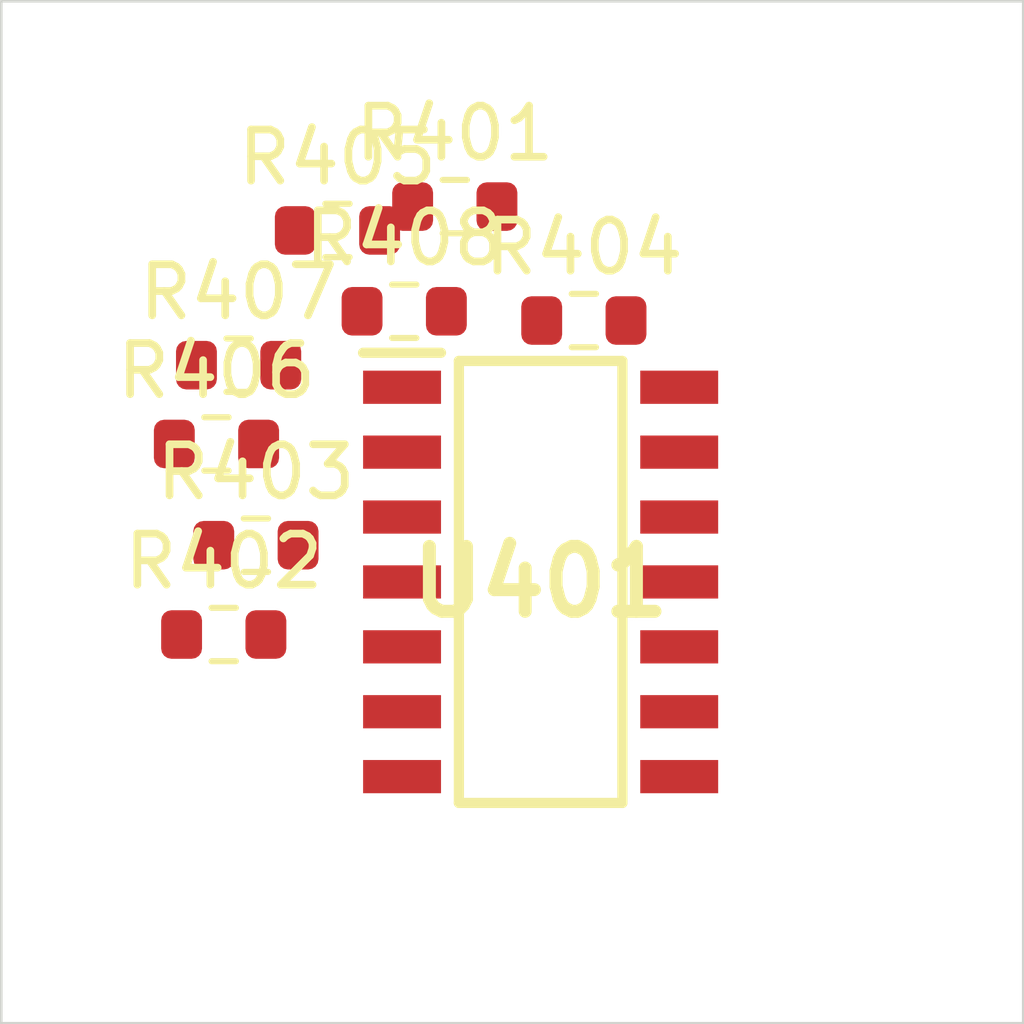
<source format=kicad_pcb>
 ( kicad_pcb  ( version 20171130 )
 ( host pcbnew 5.1.12-84ad8e8a86~92~ubuntu18.04.1 )
 ( general  ( thickness 1.6 )
 ( drawings 4 )
 ( tracks 0 )
 ( zones 0 )
 ( modules 9 )
 ( nets 14 )
)
 ( page A4 )
 ( layers  ( 0 F.Cu signal )
 ( 31 B.Cu signal )
 ( 32 B.Adhes user )
 ( 33 F.Adhes user )
 ( 34 B.Paste user )
 ( 35 F.Paste user )
 ( 36 B.SilkS user )
 ( 37 F.SilkS user )
 ( 38 B.Mask user )
 ( 39 F.Mask user )
 ( 40 Dwgs.User user )
 ( 41 Cmts.User user )
 ( 42 Eco1.User user )
 ( 43 Eco2.User user )
 ( 44 Edge.Cuts user )
 ( 45 Margin user )
 ( 46 B.CrtYd user )
 ( 47 F.CrtYd user )
 ( 48 B.Fab user )
 ( 49 F.Fab user )
)
 ( setup  ( last_trace_width 0.25 )
 ( trace_clearance 0.2 )
 ( zone_clearance 0.508 )
 ( zone_45_only no )
 ( trace_min 0.2 )
 ( via_size 0.8 )
 ( via_drill 0.4 )
 ( via_min_size 0.4 )
 ( via_min_drill 0.3 )
 ( uvia_size 0.3 )
 ( uvia_drill 0.1 )
 ( uvias_allowed no )
 ( uvia_min_size 0.2 )
 ( uvia_min_drill 0.1 )
 ( edge_width 0.05 )
 ( segment_width 0.2 )
 ( pcb_text_width 0.3 )
 ( pcb_text_size 1.5 1.5 )
 ( mod_edge_width 0.12 )
 ( mod_text_size 1 1 )
 ( mod_text_width 0.15 )
 ( pad_size 1.524 1.524 )
 ( pad_drill 0.762 )
 ( pad_to_mask_clearance 0 )
 ( aux_axis_origin 0 0 )
 ( visible_elements FFFFFF7F )
 ( pcbplotparams  ( layerselection 0x010fc_ffffffff )
 ( usegerberextensions false )
 ( usegerberattributes true )
 ( usegerberadvancedattributes true )
 ( creategerberjobfile true )
 ( excludeedgelayer true )
 ( linewidth 0.100000 )
 ( plotframeref false )
 ( viasonmask false )
 ( mode 1 )
 ( useauxorigin false )
 ( hpglpennumber 1 )
 ( hpglpenspeed 20 )
 ( hpglpendiameter 15.000000 )
 ( psnegative false )
 ( psa4output false )
 ( plotreference true )
 ( plotvalue true )
 ( plotinvisibletext false )
 ( padsonsilk false )
 ( subtractmaskfromsilk false )
 ( outputformat 1 )
 ( mirror false )
 ( drillshape 1 )
 ( scaleselection 1 )
 ( outputdirectory "" )
)
)
 ( net 0 "" )
 ( net 1 /Sheet6235D886/vp )
 ( net 2 /Sheet6248AD22/chn0 )
 ( net 3 /Sheet6248AD22/chn1 )
 ( net 4 /Sheet6248AD22/chn2 )
 ( net 5 /Sheet6248AD22/chn3 )
 ( net 6 "Net-(R401-Pad2)" )
 ( net 7 "Net-(R402-Pad2)" )
 ( net 8 "Net-(R403-Pad2)" )
 ( net 9 "Net-(R404-Pad2)" )
 ( net 10 /Sheet6248AD22/chn0_n )
 ( net 11 /Sheet6248AD22/chn1_n )
 ( net 12 /Sheet6248AD22/chn2_n )
 ( net 13 /Sheet6248AD22/chn3_n )
 ( net_class Default "This is the default net class."  ( clearance 0.2 )
 ( trace_width 0.25 )
 ( via_dia 0.8 )
 ( via_drill 0.4 )
 ( uvia_dia 0.3 )
 ( uvia_drill 0.1 )
 ( add_net /Sheet6235D886/vp )
 ( add_net /Sheet6248AD22/chn0 )
 ( add_net /Sheet6248AD22/chn0_n )
 ( add_net /Sheet6248AD22/chn1 )
 ( add_net /Sheet6248AD22/chn1_n )
 ( add_net /Sheet6248AD22/chn2 )
 ( add_net /Sheet6248AD22/chn2_n )
 ( add_net /Sheet6248AD22/chn3 )
 ( add_net /Sheet6248AD22/chn3_n )
 ( add_net "Net-(R401-Pad2)" )
 ( add_net "Net-(R402-Pad2)" )
 ( add_net "Net-(R403-Pad2)" )
 ( add_net "Net-(R404-Pad2)" )
)
 ( module Resistor_SMD:R_0603_1608Metric  ( layer F.Cu )
 ( tedit 5F68FEEE )
 ( tstamp 623425C8 )
 ( at 88.875700 104.018000 )
 ( descr "Resistor SMD 0603 (1608 Metric), square (rectangular) end terminal, IPC_7351 nominal, (Body size source: IPC-SM-782 page 72, https://www.pcb-3d.com/wordpress/wp-content/uploads/ipc-sm-782a_amendment_1_and_2.pdf), generated with kicad-footprint-generator" )
 ( tags resistor )
 ( path /6248AD23/6249ADFD )
 ( attr smd )
 ( fp_text reference R401  ( at 0 -1.43 )
 ( layer F.SilkS )
 ( effects  ( font  ( size 1 1 )
 ( thickness 0.15 )
)
)
)
 ( fp_text value 10M  ( at 0 1.43 )
 ( layer F.Fab )
 ( effects  ( font  ( size 1 1 )
 ( thickness 0.15 )
)
)
)
 ( fp_line  ( start -0.8 0.4125 )
 ( end -0.8 -0.4125 )
 ( layer F.Fab )
 ( width 0.1 )
)
 ( fp_line  ( start -0.8 -0.4125 )
 ( end 0.8 -0.4125 )
 ( layer F.Fab )
 ( width 0.1 )
)
 ( fp_line  ( start 0.8 -0.4125 )
 ( end 0.8 0.4125 )
 ( layer F.Fab )
 ( width 0.1 )
)
 ( fp_line  ( start 0.8 0.4125 )
 ( end -0.8 0.4125 )
 ( layer F.Fab )
 ( width 0.1 )
)
 ( fp_line  ( start -0.237258 -0.5225 )
 ( end 0.237258 -0.5225 )
 ( layer F.SilkS )
 ( width 0.12 )
)
 ( fp_line  ( start -0.237258 0.5225 )
 ( end 0.237258 0.5225 )
 ( layer F.SilkS )
 ( width 0.12 )
)
 ( fp_line  ( start -1.48 0.73 )
 ( end -1.48 -0.73 )
 ( layer F.CrtYd )
 ( width 0.05 )
)
 ( fp_line  ( start -1.48 -0.73 )
 ( end 1.48 -0.73 )
 ( layer F.CrtYd )
 ( width 0.05 )
)
 ( fp_line  ( start 1.48 -0.73 )
 ( end 1.48 0.73 )
 ( layer F.CrtYd )
 ( width 0.05 )
)
 ( fp_line  ( start 1.48 0.73 )
 ( end -1.48 0.73 )
 ( layer F.CrtYd )
 ( width 0.05 )
)
 ( fp_text user %R  ( at 0 0 )
 ( layer F.Fab )
 ( effects  ( font  ( size 0.4 0.4 )
 ( thickness 0.06 )
)
)
)
 ( pad 2 smd roundrect  ( at 0.825 0 )
 ( size 0.8 0.95 )
 ( layers F.Cu F.Mask F.Paste )
 ( roundrect_rratio 0.25 )
 ( net 6 "Net-(R401-Pad2)" )
)
 ( pad 1 smd roundrect  ( at -0.825 0 )
 ( size 0.8 0.95 )
 ( layers F.Cu F.Mask F.Paste )
 ( roundrect_rratio 0.25 )
 ( net 10 /Sheet6248AD22/chn0_n )
)
 ( model ${KISYS3DMOD}/Resistor_SMD.3dshapes/R_0603_1608Metric.wrl  ( at  ( xyz 0 0 0 )
)
 ( scale  ( xyz 1 1 1 )
)
 ( rotate  ( xyz 0 0 0 )
)
)
)
 ( module Resistor_SMD:R_0603_1608Metric  ( layer F.Cu )
 ( tedit 5F68FEEE )
 ( tstamp 623425D9 )
 ( at 84.353800 112.393000 )
 ( descr "Resistor SMD 0603 (1608 Metric), square (rectangular) end terminal, IPC_7351 nominal, (Body size source: IPC-SM-782 page 72, https://www.pcb-3d.com/wordpress/wp-content/uploads/ipc-sm-782a_amendment_1_and_2.pdf), generated with kicad-footprint-generator" )
 ( tags resistor )
 ( path /6248AD23/6249B75E )
 ( attr smd )
 ( fp_text reference R402  ( at 0 -1.43 )
 ( layer F.SilkS )
 ( effects  ( font  ( size 1 1 )
 ( thickness 0.15 )
)
)
)
 ( fp_text value 10M  ( at 0 1.43 )
 ( layer F.Fab )
 ( effects  ( font  ( size 1 1 )
 ( thickness 0.15 )
)
)
)
 ( fp_line  ( start 1.48 0.73 )
 ( end -1.48 0.73 )
 ( layer F.CrtYd )
 ( width 0.05 )
)
 ( fp_line  ( start 1.48 -0.73 )
 ( end 1.48 0.73 )
 ( layer F.CrtYd )
 ( width 0.05 )
)
 ( fp_line  ( start -1.48 -0.73 )
 ( end 1.48 -0.73 )
 ( layer F.CrtYd )
 ( width 0.05 )
)
 ( fp_line  ( start -1.48 0.73 )
 ( end -1.48 -0.73 )
 ( layer F.CrtYd )
 ( width 0.05 )
)
 ( fp_line  ( start -0.237258 0.5225 )
 ( end 0.237258 0.5225 )
 ( layer F.SilkS )
 ( width 0.12 )
)
 ( fp_line  ( start -0.237258 -0.5225 )
 ( end 0.237258 -0.5225 )
 ( layer F.SilkS )
 ( width 0.12 )
)
 ( fp_line  ( start 0.8 0.4125 )
 ( end -0.8 0.4125 )
 ( layer F.Fab )
 ( width 0.1 )
)
 ( fp_line  ( start 0.8 -0.4125 )
 ( end 0.8 0.4125 )
 ( layer F.Fab )
 ( width 0.1 )
)
 ( fp_line  ( start -0.8 -0.4125 )
 ( end 0.8 -0.4125 )
 ( layer F.Fab )
 ( width 0.1 )
)
 ( fp_line  ( start -0.8 0.4125 )
 ( end -0.8 -0.4125 )
 ( layer F.Fab )
 ( width 0.1 )
)
 ( fp_text user %R  ( at 0 0 )
 ( layer F.Fab )
 ( effects  ( font  ( size 0.4 0.4 )
 ( thickness 0.06 )
)
)
)
 ( pad 1 smd roundrect  ( at -0.825 0 )
 ( size 0.8 0.95 )
 ( layers F.Cu F.Mask F.Paste )
 ( roundrect_rratio 0.25 )
 ( net 11 /Sheet6248AD22/chn1_n )
)
 ( pad 2 smd roundrect  ( at 0.825 0 )
 ( size 0.8 0.95 )
 ( layers F.Cu F.Mask F.Paste )
 ( roundrect_rratio 0.25 )
 ( net 7 "Net-(R402-Pad2)" )
)
 ( model ${KISYS3DMOD}/Resistor_SMD.3dshapes/R_0603_1608Metric.wrl  ( at  ( xyz 0 0 0 )
)
 ( scale  ( xyz 1 1 1 )
)
 ( rotate  ( xyz 0 0 0 )
)
)
)
 ( module Resistor_SMD:R_0603_1608Metric  ( layer F.Cu )
 ( tedit 5F68FEEE )
 ( tstamp 623425EA )
 ( at 84.983600 110.645000 )
 ( descr "Resistor SMD 0603 (1608 Metric), square (rectangular) end terminal, IPC_7351 nominal, (Body size source: IPC-SM-782 page 72, https://www.pcb-3d.com/wordpress/wp-content/uploads/ipc-sm-782a_amendment_1_and_2.pdf), generated with kicad-footprint-generator" )
 ( tags resistor )
 ( path /6248AD23/6249FB7A )
 ( attr smd )
 ( fp_text reference R403  ( at 0 -1.43 )
 ( layer F.SilkS )
 ( effects  ( font  ( size 1 1 )
 ( thickness 0.15 )
)
)
)
 ( fp_text value 10M  ( at 0 1.43 )
 ( layer F.Fab )
 ( effects  ( font  ( size 1 1 )
 ( thickness 0.15 )
)
)
)
 ( fp_line  ( start 1.48 0.73 )
 ( end -1.48 0.73 )
 ( layer F.CrtYd )
 ( width 0.05 )
)
 ( fp_line  ( start 1.48 -0.73 )
 ( end 1.48 0.73 )
 ( layer F.CrtYd )
 ( width 0.05 )
)
 ( fp_line  ( start -1.48 -0.73 )
 ( end 1.48 -0.73 )
 ( layer F.CrtYd )
 ( width 0.05 )
)
 ( fp_line  ( start -1.48 0.73 )
 ( end -1.48 -0.73 )
 ( layer F.CrtYd )
 ( width 0.05 )
)
 ( fp_line  ( start -0.237258 0.5225 )
 ( end 0.237258 0.5225 )
 ( layer F.SilkS )
 ( width 0.12 )
)
 ( fp_line  ( start -0.237258 -0.5225 )
 ( end 0.237258 -0.5225 )
 ( layer F.SilkS )
 ( width 0.12 )
)
 ( fp_line  ( start 0.8 0.4125 )
 ( end -0.8 0.4125 )
 ( layer F.Fab )
 ( width 0.1 )
)
 ( fp_line  ( start 0.8 -0.4125 )
 ( end 0.8 0.4125 )
 ( layer F.Fab )
 ( width 0.1 )
)
 ( fp_line  ( start -0.8 -0.4125 )
 ( end 0.8 -0.4125 )
 ( layer F.Fab )
 ( width 0.1 )
)
 ( fp_line  ( start -0.8 0.4125 )
 ( end -0.8 -0.4125 )
 ( layer F.Fab )
 ( width 0.1 )
)
 ( fp_text user %R  ( at 0 0 )
 ( layer F.Fab )
 ( effects  ( font  ( size 0.4 0.4 )
 ( thickness 0.06 )
)
)
)
 ( pad 1 smd roundrect  ( at -0.825 0 )
 ( size 0.8 0.95 )
 ( layers F.Cu F.Mask F.Paste )
 ( roundrect_rratio 0.25 )
 ( net 12 /Sheet6248AD22/chn2_n )
)
 ( pad 2 smd roundrect  ( at 0.825 0 )
 ( size 0.8 0.95 )
 ( layers F.Cu F.Mask F.Paste )
 ( roundrect_rratio 0.25 )
 ( net 8 "Net-(R403-Pad2)" )
)
 ( model ${KISYS3DMOD}/Resistor_SMD.3dshapes/R_0603_1608Metric.wrl  ( at  ( xyz 0 0 0 )
)
 ( scale  ( xyz 1 1 1 )
)
 ( rotate  ( xyz 0 0 0 )
)
)
)
 ( module Resistor_SMD:R_0603_1608Metric  ( layer F.Cu )
 ( tedit 5F68FEEE )
 ( tstamp 623425FB )
 ( at 91.401600 106.248000 )
 ( descr "Resistor SMD 0603 (1608 Metric), square (rectangular) end terminal, IPC_7351 nominal, (Body size source: IPC-SM-782 page 72, https://www.pcb-3d.com/wordpress/wp-content/uploads/ipc-sm-782a_amendment_1_and_2.pdf), generated with kicad-footprint-generator" )
 ( tags resistor )
 ( path /6248AD23/6249FB74 )
 ( attr smd )
 ( fp_text reference R404  ( at 0 -1.43 )
 ( layer F.SilkS )
 ( effects  ( font  ( size 1 1 )
 ( thickness 0.15 )
)
)
)
 ( fp_text value 10M  ( at 0 1.43 )
 ( layer F.Fab )
 ( effects  ( font  ( size 1 1 )
 ( thickness 0.15 )
)
)
)
 ( fp_line  ( start -0.8 0.4125 )
 ( end -0.8 -0.4125 )
 ( layer F.Fab )
 ( width 0.1 )
)
 ( fp_line  ( start -0.8 -0.4125 )
 ( end 0.8 -0.4125 )
 ( layer F.Fab )
 ( width 0.1 )
)
 ( fp_line  ( start 0.8 -0.4125 )
 ( end 0.8 0.4125 )
 ( layer F.Fab )
 ( width 0.1 )
)
 ( fp_line  ( start 0.8 0.4125 )
 ( end -0.8 0.4125 )
 ( layer F.Fab )
 ( width 0.1 )
)
 ( fp_line  ( start -0.237258 -0.5225 )
 ( end 0.237258 -0.5225 )
 ( layer F.SilkS )
 ( width 0.12 )
)
 ( fp_line  ( start -0.237258 0.5225 )
 ( end 0.237258 0.5225 )
 ( layer F.SilkS )
 ( width 0.12 )
)
 ( fp_line  ( start -1.48 0.73 )
 ( end -1.48 -0.73 )
 ( layer F.CrtYd )
 ( width 0.05 )
)
 ( fp_line  ( start -1.48 -0.73 )
 ( end 1.48 -0.73 )
 ( layer F.CrtYd )
 ( width 0.05 )
)
 ( fp_line  ( start 1.48 -0.73 )
 ( end 1.48 0.73 )
 ( layer F.CrtYd )
 ( width 0.05 )
)
 ( fp_line  ( start 1.48 0.73 )
 ( end -1.48 0.73 )
 ( layer F.CrtYd )
 ( width 0.05 )
)
 ( fp_text user %R  ( at 0 0 )
 ( layer F.Fab )
 ( effects  ( font  ( size 0.4 0.4 )
 ( thickness 0.06 )
)
)
)
 ( pad 2 smd roundrect  ( at 0.825 0 )
 ( size 0.8 0.95 )
 ( layers F.Cu F.Mask F.Paste )
 ( roundrect_rratio 0.25 )
 ( net 9 "Net-(R404-Pad2)" )
)
 ( pad 1 smd roundrect  ( at -0.825 0 )
 ( size 0.8 0.95 )
 ( layers F.Cu F.Mask F.Paste )
 ( roundrect_rratio 0.25 )
 ( net 13 /Sheet6248AD22/chn3_n )
)
 ( model ${KISYS3DMOD}/Resistor_SMD.3dshapes/R_0603_1608Metric.wrl  ( at  ( xyz 0 0 0 )
)
 ( scale  ( xyz 1 1 1 )
)
 ( rotate  ( xyz 0 0 0 )
)
)
)
 ( module Resistor_SMD:R_0603_1608Metric  ( layer F.Cu )
 ( tedit 5F68FEEE )
 ( tstamp 6234260C )
 ( at 86.579400 104.485000 )
 ( descr "Resistor SMD 0603 (1608 Metric), square (rectangular) end terminal, IPC_7351 nominal, (Body size source: IPC-SM-782 page 72, https://www.pcb-3d.com/wordpress/wp-content/uploads/ipc-sm-782a_amendment_1_and_2.pdf), generated with kicad-footprint-generator" )
 ( tags resistor )
 ( path /6248AD23/62497F62 )
 ( attr smd )
 ( fp_text reference R405  ( at 0 -1.43 )
 ( layer F.SilkS )
 ( effects  ( font  ( size 1 1 )
 ( thickness 0.15 )
)
)
)
 ( fp_text value 750k  ( at 0 1.43 )
 ( layer F.Fab )
 ( effects  ( font  ( size 1 1 )
 ( thickness 0.15 )
)
)
)
 ( fp_line  ( start -0.8 0.4125 )
 ( end -0.8 -0.4125 )
 ( layer F.Fab )
 ( width 0.1 )
)
 ( fp_line  ( start -0.8 -0.4125 )
 ( end 0.8 -0.4125 )
 ( layer F.Fab )
 ( width 0.1 )
)
 ( fp_line  ( start 0.8 -0.4125 )
 ( end 0.8 0.4125 )
 ( layer F.Fab )
 ( width 0.1 )
)
 ( fp_line  ( start 0.8 0.4125 )
 ( end -0.8 0.4125 )
 ( layer F.Fab )
 ( width 0.1 )
)
 ( fp_line  ( start -0.237258 -0.5225 )
 ( end 0.237258 -0.5225 )
 ( layer F.SilkS )
 ( width 0.12 )
)
 ( fp_line  ( start -0.237258 0.5225 )
 ( end 0.237258 0.5225 )
 ( layer F.SilkS )
 ( width 0.12 )
)
 ( fp_line  ( start -1.48 0.73 )
 ( end -1.48 -0.73 )
 ( layer F.CrtYd )
 ( width 0.05 )
)
 ( fp_line  ( start -1.48 -0.73 )
 ( end 1.48 -0.73 )
 ( layer F.CrtYd )
 ( width 0.05 )
)
 ( fp_line  ( start 1.48 -0.73 )
 ( end 1.48 0.73 )
 ( layer F.CrtYd )
 ( width 0.05 )
)
 ( fp_line  ( start 1.48 0.73 )
 ( end -1.48 0.73 )
 ( layer F.CrtYd )
 ( width 0.05 )
)
 ( fp_text user %R  ( at 0 0 )
 ( layer F.Fab )
 ( effects  ( font  ( size 0.4 0.4 )
 ( thickness 0.06 )
)
)
)
 ( pad 2 smd roundrect  ( at 0.825 0 )
 ( size 0.8 0.95 )
 ( layers F.Cu F.Mask F.Paste )
 ( roundrect_rratio 0.25 )
 ( net 6 "Net-(R401-Pad2)" )
)
 ( pad 1 smd roundrect  ( at -0.825 0 )
 ( size 0.8 0.95 )
 ( layers F.Cu F.Mask F.Paste )
 ( roundrect_rratio 0.25 )
 ( net 1 /Sheet6235D886/vp )
)
 ( model ${KISYS3DMOD}/Resistor_SMD.3dshapes/R_0603_1608Metric.wrl  ( at  ( xyz 0 0 0 )
)
 ( scale  ( xyz 1 1 1 )
)
 ( rotate  ( xyz 0 0 0 )
)
)
)
 ( module Resistor_SMD:R_0603_1608Metric  ( layer F.Cu )
 ( tedit 5F68FEEE )
 ( tstamp 6234261D )
 ( at 84.211500 108.664000 )
 ( descr "Resistor SMD 0603 (1608 Metric), square (rectangular) end terminal, IPC_7351 nominal, (Body size source: IPC-SM-782 page 72, https://www.pcb-3d.com/wordpress/wp-content/uploads/ipc-sm-782a_amendment_1_and_2.pdf), generated with kicad-footprint-generator" )
 ( tags resistor )
 ( path /6248AD23/62499098 )
 ( attr smd )
 ( fp_text reference R406  ( at 0 -1.43 )
 ( layer F.SilkS )
 ( effects  ( font  ( size 1 1 )
 ( thickness 0.15 )
)
)
)
 ( fp_text value 750k  ( at 0 1.43 )
 ( layer F.Fab )
 ( effects  ( font  ( size 1 1 )
 ( thickness 0.15 )
)
)
)
 ( fp_line  ( start 1.48 0.73 )
 ( end -1.48 0.73 )
 ( layer F.CrtYd )
 ( width 0.05 )
)
 ( fp_line  ( start 1.48 -0.73 )
 ( end 1.48 0.73 )
 ( layer F.CrtYd )
 ( width 0.05 )
)
 ( fp_line  ( start -1.48 -0.73 )
 ( end 1.48 -0.73 )
 ( layer F.CrtYd )
 ( width 0.05 )
)
 ( fp_line  ( start -1.48 0.73 )
 ( end -1.48 -0.73 )
 ( layer F.CrtYd )
 ( width 0.05 )
)
 ( fp_line  ( start -0.237258 0.5225 )
 ( end 0.237258 0.5225 )
 ( layer F.SilkS )
 ( width 0.12 )
)
 ( fp_line  ( start -0.237258 -0.5225 )
 ( end 0.237258 -0.5225 )
 ( layer F.SilkS )
 ( width 0.12 )
)
 ( fp_line  ( start 0.8 0.4125 )
 ( end -0.8 0.4125 )
 ( layer F.Fab )
 ( width 0.1 )
)
 ( fp_line  ( start 0.8 -0.4125 )
 ( end 0.8 0.4125 )
 ( layer F.Fab )
 ( width 0.1 )
)
 ( fp_line  ( start -0.8 -0.4125 )
 ( end 0.8 -0.4125 )
 ( layer F.Fab )
 ( width 0.1 )
)
 ( fp_line  ( start -0.8 0.4125 )
 ( end -0.8 -0.4125 )
 ( layer F.Fab )
 ( width 0.1 )
)
 ( fp_text user %R  ( at 0 0 )
 ( layer F.Fab )
 ( effects  ( font  ( size 0.4 0.4 )
 ( thickness 0.06 )
)
)
)
 ( pad 1 smd roundrect  ( at -0.825 0 )
 ( size 0.8 0.95 )
 ( layers F.Cu F.Mask F.Paste )
 ( roundrect_rratio 0.25 )
 ( net 1 /Sheet6235D886/vp )
)
 ( pad 2 smd roundrect  ( at 0.825 0 )
 ( size 0.8 0.95 )
 ( layers F.Cu F.Mask F.Paste )
 ( roundrect_rratio 0.25 )
 ( net 7 "Net-(R402-Pad2)" )
)
 ( model ${KISYS3DMOD}/Resistor_SMD.3dshapes/R_0603_1608Metric.wrl  ( at  ( xyz 0 0 0 )
)
 ( scale  ( xyz 1 1 1 )
)
 ( rotate  ( xyz 0 0 0 )
)
)
)
 ( module Resistor_SMD:R_0603_1608Metric  ( layer F.Cu )
 ( tedit 5F68FEEE )
 ( tstamp 6234262E )
 ( at 84.644700 107.122000 )
 ( descr "Resistor SMD 0603 (1608 Metric), square (rectangular) end terminal, IPC_7351 nominal, (Body size source: IPC-SM-782 page 72, https://www.pcb-3d.com/wordpress/wp-content/uploads/ipc-sm-782a_amendment_1_and_2.pdf), generated with kicad-footprint-generator" )
 ( tags resistor )
 ( path /6248AD23/624A0FFB )
 ( attr smd )
 ( fp_text reference R407  ( at 0 -1.43 )
 ( layer F.SilkS )
 ( effects  ( font  ( size 1 1 )
 ( thickness 0.15 )
)
)
)
 ( fp_text value 1.5M  ( at 0 1.43 )
 ( layer F.Fab )
 ( effects  ( font  ( size 1 1 )
 ( thickness 0.15 )
)
)
)
 ( fp_line  ( start 1.48 0.73 )
 ( end -1.48 0.73 )
 ( layer F.CrtYd )
 ( width 0.05 )
)
 ( fp_line  ( start 1.48 -0.73 )
 ( end 1.48 0.73 )
 ( layer F.CrtYd )
 ( width 0.05 )
)
 ( fp_line  ( start -1.48 -0.73 )
 ( end 1.48 -0.73 )
 ( layer F.CrtYd )
 ( width 0.05 )
)
 ( fp_line  ( start -1.48 0.73 )
 ( end -1.48 -0.73 )
 ( layer F.CrtYd )
 ( width 0.05 )
)
 ( fp_line  ( start -0.237258 0.5225 )
 ( end 0.237258 0.5225 )
 ( layer F.SilkS )
 ( width 0.12 )
)
 ( fp_line  ( start -0.237258 -0.5225 )
 ( end 0.237258 -0.5225 )
 ( layer F.SilkS )
 ( width 0.12 )
)
 ( fp_line  ( start 0.8 0.4125 )
 ( end -0.8 0.4125 )
 ( layer F.Fab )
 ( width 0.1 )
)
 ( fp_line  ( start 0.8 -0.4125 )
 ( end 0.8 0.4125 )
 ( layer F.Fab )
 ( width 0.1 )
)
 ( fp_line  ( start -0.8 -0.4125 )
 ( end 0.8 -0.4125 )
 ( layer F.Fab )
 ( width 0.1 )
)
 ( fp_line  ( start -0.8 0.4125 )
 ( end -0.8 -0.4125 )
 ( layer F.Fab )
 ( width 0.1 )
)
 ( fp_text user %R  ( at 0 0 )
 ( layer F.Fab )
 ( effects  ( font  ( size 0.4 0.4 )
 ( thickness 0.06 )
)
)
)
 ( pad 1 smd roundrect  ( at -0.825 0 )
 ( size 0.8 0.95 )
 ( layers F.Cu F.Mask F.Paste )
 ( roundrect_rratio 0.25 )
 ( net 1 /Sheet6235D886/vp )
)
 ( pad 2 smd roundrect  ( at 0.825 0 )
 ( size 0.8 0.95 )
 ( layers F.Cu F.Mask F.Paste )
 ( roundrect_rratio 0.25 )
 ( net 8 "Net-(R403-Pad2)" )
)
 ( model ${KISYS3DMOD}/Resistor_SMD.3dshapes/R_0603_1608Metric.wrl  ( at  ( xyz 0 0 0 )
)
 ( scale  ( xyz 1 1 1 )
)
 ( rotate  ( xyz 0 0 0 )
)
)
)
 ( module Resistor_SMD:R_0603_1608Metric  ( layer F.Cu )
 ( tedit 5F68FEEE )
 ( tstamp 6234263F )
 ( at 87.885900 106.067000 )
 ( descr "Resistor SMD 0603 (1608 Metric), square (rectangular) end terminal, IPC_7351 nominal, (Body size source: IPC-SM-782 page 72, https://www.pcb-3d.com/wordpress/wp-content/uploads/ipc-sm-782a_amendment_1_and_2.pdf), generated with kicad-footprint-generator" )
 ( tags resistor )
 ( path /6248AD23/624A093C )
 ( attr smd )
 ( fp_text reference R408  ( at 0 -1.43 )
 ( layer F.SilkS )
 ( effects  ( font  ( size 1 1 )
 ( thickness 0.15 )
)
)
)
 ( fp_text value 1.5M  ( at 0 1.43 )
 ( layer F.Fab )
 ( effects  ( font  ( size 1 1 )
 ( thickness 0.15 )
)
)
)
 ( fp_line  ( start -0.8 0.4125 )
 ( end -0.8 -0.4125 )
 ( layer F.Fab )
 ( width 0.1 )
)
 ( fp_line  ( start -0.8 -0.4125 )
 ( end 0.8 -0.4125 )
 ( layer F.Fab )
 ( width 0.1 )
)
 ( fp_line  ( start 0.8 -0.4125 )
 ( end 0.8 0.4125 )
 ( layer F.Fab )
 ( width 0.1 )
)
 ( fp_line  ( start 0.8 0.4125 )
 ( end -0.8 0.4125 )
 ( layer F.Fab )
 ( width 0.1 )
)
 ( fp_line  ( start -0.237258 -0.5225 )
 ( end 0.237258 -0.5225 )
 ( layer F.SilkS )
 ( width 0.12 )
)
 ( fp_line  ( start -0.237258 0.5225 )
 ( end 0.237258 0.5225 )
 ( layer F.SilkS )
 ( width 0.12 )
)
 ( fp_line  ( start -1.48 0.73 )
 ( end -1.48 -0.73 )
 ( layer F.CrtYd )
 ( width 0.05 )
)
 ( fp_line  ( start -1.48 -0.73 )
 ( end 1.48 -0.73 )
 ( layer F.CrtYd )
 ( width 0.05 )
)
 ( fp_line  ( start 1.48 -0.73 )
 ( end 1.48 0.73 )
 ( layer F.CrtYd )
 ( width 0.05 )
)
 ( fp_line  ( start 1.48 0.73 )
 ( end -1.48 0.73 )
 ( layer F.CrtYd )
 ( width 0.05 )
)
 ( fp_text user %R  ( at 0 0 )
 ( layer F.Fab )
 ( effects  ( font  ( size 0.4 0.4 )
 ( thickness 0.06 )
)
)
)
 ( pad 2 smd roundrect  ( at 0.825 0 )
 ( size 0.8 0.95 )
 ( layers F.Cu F.Mask F.Paste )
 ( roundrect_rratio 0.25 )
 ( net 9 "Net-(R404-Pad2)" )
)
 ( pad 1 smd roundrect  ( at -0.825 0 )
 ( size 0.8 0.95 )
 ( layers F.Cu F.Mask F.Paste )
 ( roundrect_rratio 0.25 )
 ( net 1 /Sheet6235D886/vp )
)
 ( model ${KISYS3DMOD}/Resistor_SMD.3dshapes/R_0603_1608Metric.wrl  ( at  ( xyz 0 0 0 )
)
 ( scale  ( xyz 1 1 1 )
)
 ( rotate  ( xyz 0 0 0 )
)
)
)
 ( module TL074HIDR:SOIC127P600X175-14N locked  ( layer F.Cu )
 ( tedit 62336F37 )
 ( tstamp 62342709 )
 ( at 90.555600 111.364000 )
 ( descr "D (-R-PDSO-G14)" )
 ( tags "Integrated Circuit" )
 ( path /6248AD23/624976B2 )
 ( attr smd )
 ( fp_text reference U401  ( at 0 0 )
 ( layer F.SilkS )
 ( effects  ( font  ( size 1.27 1.27 )
 ( thickness 0.254 )
)
)
)
 ( fp_text value TL074  ( at 0 0 )
 ( layer F.SilkS )
hide  ( effects  ( font  ( size 1.27 1.27 )
 ( thickness 0.254 )
)
)
)
 ( fp_line  ( start -3.725 -4.625 )
 ( end 3.725 -4.625 )
 ( layer Dwgs.User )
 ( width 0.05 )
)
 ( fp_line  ( start 3.725 -4.625 )
 ( end 3.725 4.625 )
 ( layer Dwgs.User )
 ( width 0.05 )
)
 ( fp_line  ( start 3.725 4.625 )
 ( end -3.725 4.625 )
 ( layer Dwgs.User )
 ( width 0.05 )
)
 ( fp_line  ( start -3.725 4.625 )
 ( end -3.725 -4.625 )
 ( layer Dwgs.User )
 ( width 0.05 )
)
 ( fp_line  ( start -1.95 -4.325 )
 ( end 1.95 -4.325 )
 ( layer Dwgs.User )
 ( width 0.1 )
)
 ( fp_line  ( start 1.95 -4.325 )
 ( end 1.95 4.325 )
 ( layer Dwgs.User )
 ( width 0.1 )
)
 ( fp_line  ( start 1.95 4.325 )
 ( end -1.95 4.325 )
 ( layer Dwgs.User )
 ( width 0.1 )
)
 ( fp_line  ( start -1.95 4.325 )
 ( end -1.95 -4.325 )
 ( layer Dwgs.User )
 ( width 0.1 )
)
 ( fp_line  ( start -1.95 -3.055 )
 ( end -0.68 -4.325 )
 ( layer Dwgs.User )
 ( width 0.1 )
)
 ( fp_line  ( start -1.6 -4.325 )
 ( end 1.6 -4.325 )
 ( layer F.SilkS )
 ( width 0.2 )
)
 ( fp_line  ( start 1.6 -4.325 )
 ( end 1.6 4.325 )
 ( layer F.SilkS )
 ( width 0.2 )
)
 ( fp_line  ( start 1.6 4.325 )
 ( end -1.6 4.325 )
 ( layer F.SilkS )
 ( width 0.2 )
)
 ( fp_line  ( start -1.6 4.325 )
 ( end -1.6 -4.325 )
 ( layer F.SilkS )
 ( width 0.2 )
)
 ( fp_line  ( start -3.475 -4.485 )
 ( end -1.95 -4.485 )
 ( layer F.SilkS )
 ( width 0.2 )
)
 ( pad 1 smd rect  ( at -2.712 -3.81 90.000000 )
 ( size 0.65 1.525 )
 ( layers F.Cu F.Mask F.Paste )
 ( net 2 /Sheet6248AD22/chn0 )
)
 ( pad 2 smd rect  ( at -2.712 -2.54 90.000000 )
 ( size 0.65 1.525 )
 ( layers F.Cu F.Mask F.Paste )
 ( net 2 /Sheet6248AD22/chn0 )
)
 ( pad 3 smd rect  ( at -2.712 -1.27 90.000000 )
 ( size 0.65 1.525 )
 ( layers F.Cu F.Mask F.Paste )
 ( net 6 "Net-(R401-Pad2)" )
)
 ( pad 4 smd rect  ( at -2.712 0 90.000000 )
 ( size 0.65 1.525 )
 ( layers F.Cu F.Mask F.Paste )
)
 ( pad 5 smd rect  ( at -2.712 1.27 90.000000 )
 ( size 0.65 1.525 )
 ( layers F.Cu F.Mask F.Paste )
 ( net 7 "Net-(R402-Pad2)" )
)
 ( pad 6 smd rect  ( at -2.712 2.54 90.000000 )
 ( size 0.65 1.525 )
 ( layers F.Cu F.Mask F.Paste )
 ( net 3 /Sheet6248AD22/chn1 )
)
 ( pad 7 smd rect  ( at -2.712 3.81 90.000000 )
 ( size 0.65 1.525 )
 ( layers F.Cu F.Mask F.Paste )
 ( net 3 /Sheet6248AD22/chn1 )
)
 ( pad 8 smd rect  ( at 2.712 3.81 90.000000 )
 ( size 0.65 1.525 )
 ( layers F.Cu F.Mask F.Paste )
 ( net 4 /Sheet6248AD22/chn2 )
)
 ( pad 9 smd rect  ( at 2.712 2.54 90.000000 )
 ( size 0.65 1.525 )
 ( layers F.Cu F.Mask F.Paste )
 ( net 4 /Sheet6248AD22/chn2 )
)
 ( pad 10 smd rect  ( at 2.712 1.27 90.000000 )
 ( size 0.65 1.525 )
 ( layers F.Cu F.Mask F.Paste )
 ( net 8 "Net-(R403-Pad2)" )
)
 ( pad 11 smd rect  ( at 2.712 0 90.000000 )
 ( size 0.65 1.525 )
 ( layers F.Cu F.Mask F.Paste )
)
 ( pad 12 smd rect  ( at 2.712 -1.27 90.000000 )
 ( size 0.65 1.525 )
 ( layers F.Cu F.Mask F.Paste )
 ( net 9 "Net-(R404-Pad2)" )
)
 ( pad 13 smd rect  ( at 2.712 -2.54 90.000000 )
 ( size 0.65 1.525 )
 ( layers F.Cu F.Mask F.Paste )
 ( net 5 /Sheet6248AD22/chn3 )
)
 ( pad 14 smd rect  ( at 2.712 -3.81 90.000000 )
 ( size 0.65 1.525 )
 ( layers F.Cu F.Mask F.Paste )
 ( net 5 /Sheet6248AD22/chn3 )
)
)
 ( gr_line  ( start 100 100 )
 ( end 100 120 )
 ( layer Edge.Cuts )
 ( width 0.05 )
 ( tstamp 62E76D2A )
)
 ( gr_line  ( start 80 120 )
 ( end 100 120 )
 ( layer Edge.Cuts )
 ( width 0.05 )
 ( tstamp 62E76D27 )
)
 ( gr_line  ( start 80 100 )
 ( end 80 120 )
 ( layer Edge.Cuts )
 ( width 0.05 )
 ( tstamp 6234110C )
)
 ( gr_line  ( start 80 100 )
 ( end 100 100 )
 ( layer Edge.Cuts )
 ( width 0.05 )
)
)

</source>
